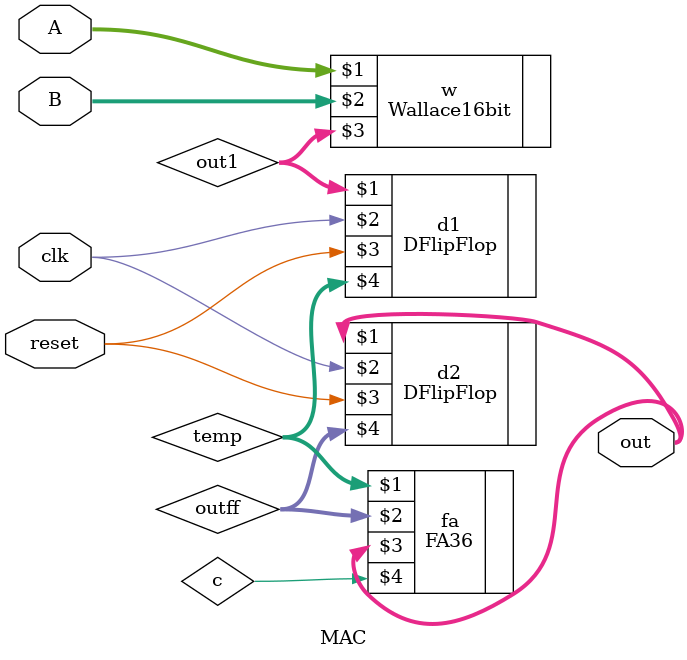
<source format=v>
`include "Wallace16bit.v"
`include "FullAdder36.v"
`include "dflipflop.v"
module MAC(A,B,out,clk,reset);

	input [15:0] A,B;
	input clk,reset;
	output [35:0] out;

	wire [35:0] out1,temp;
	Wallace16bit w(A,B,out1);

	DFlipFlop d1 (out1,clk,reset,temp);

	wire [35:0] sumt,outff;
	wire c;

	FA36 fa (temp,outff,out,c);
	DFlipFlop d2 (out,clk,reset,outff);

endmodule
</source>
